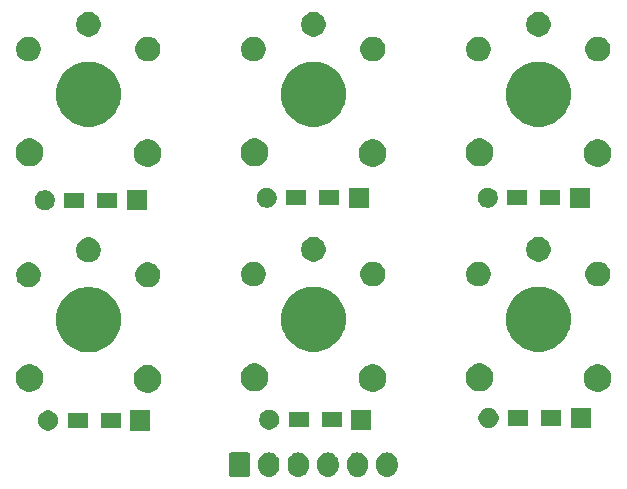
<source format=gts>
G04 #@! TF.GenerationSoftware,KiCad,Pcbnew,(5.1.5-0-10_14)*
G04 #@! TF.CreationDate,2020-10-11T12:28:21+03:00*
G04 #@! TF.ProjectId,LogiMech,4c6f6769-4d65-4636-982e-6b696361645f,rev?*
G04 #@! TF.SameCoordinates,Original*
G04 #@! TF.FileFunction,Soldermask,Top*
G04 #@! TF.FilePolarity,Negative*
%FSLAX46Y46*%
G04 Gerber Fmt 4.6, Leading zero omitted, Abs format (unit mm)*
G04 Created by KiCad (PCBNEW (5.1.5-0-10_14)) date 2020-10-11 12:28:21*
%MOMM*%
%LPD*%
G04 APERTURE LIST*
%ADD10C,0.100000*%
G04 APERTURE END LIST*
D10*
G36*
X124986626Y-106507037D02*
G01*
X125156465Y-106558557D01*
X125156467Y-106558558D01*
X125312989Y-106642221D01*
X125450186Y-106754814D01*
X125533448Y-106856271D01*
X125562778Y-106892009D01*
X125646443Y-107048534D01*
X125697963Y-107218373D01*
X125711000Y-107350742D01*
X125711000Y-107689257D01*
X125697963Y-107821626D01*
X125646443Y-107991466D01*
X125562778Y-108147991D01*
X125533448Y-108183729D01*
X125450186Y-108285186D01*
X125355250Y-108363097D01*
X125312991Y-108397778D01*
X125156466Y-108481443D01*
X124986627Y-108532963D01*
X124810000Y-108550359D01*
X124633374Y-108532963D01*
X124463535Y-108481443D01*
X124307010Y-108397778D01*
X124169815Y-108285185D01*
X124057222Y-108147991D01*
X123973557Y-107991466D01*
X123922037Y-107821627D01*
X123909000Y-107689258D01*
X123909000Y-107350743D01*
X123922037Y-107218374D01*
X123973557Y-107048535D01*
X124057222Y-106892010D01*
X124057223Y-106892009D01*
X124169814Y-106754814D01*
X124271271Y-106671552D01*
X124307009Y-106642222D01*
X124463534Y-106558557D01*
X124633373Y-106507037D01*
X124810000Y-106489641D01*
X124986626Y-106507037D01*
G37*
G36*
X127486626Y-106507037D02*
G01*
X127656465Y-106558557D01*
X127656467Y-106558558D01*
X127812989Y-106642221D01*
X127950186Y-106754814D01*
X128033448Y-106856271D01*
X128062778Y-106892009D01*
X128146443Y-107048534D01*
X128197963Y-107218373D01*
X128211000Y-107350742D01*
X128211000Y-107689257D01*
X128197963Y-107821626D01*
X128146443Y-107991466D01*
X128062778Y-108147991D01*
X128033448Y-108183729D01*
X127950186Y-108285186D01*
X127855250Y-108363097D01*
X127812991Y-108397778D01*
X127656466Y-108481443D01*
X127486627Y-108532963D01*
X127310000Y-108550359D01*
X127133374Y-108532963D01*
X126963535Y-108481443D01*
X126807010Y-108397778D01*
X126669815Y-108285185D01*
X126557222Y-108147991D01*
X126473557Y-107991466D01*
X126422037Y-107821627D01*
X126409000Y-107689258D01*
X126409000Y-107350743D01*
X126422037Y-107218374D01*
X126473557Y-107048535D01*
X126557222Y-106892010D01*
X126557223Y-106892009D01*
X126669814Y-106754814D01*
X126771271Y-106671552D01*
X126807009Y-106642222D01*
X126963534Y-106558557D01*
X127133373Y-106507037D01*
X127310000Y-106489641D01*
X127486626Y-106507037D01*
G37*
G36*
X129986626Y-106507037D02*
G01*
X130156465Y-106558557D01*
X130156467Y-106558558D01*
X130312989Y-106642221D01*
X130450186Y-106754814D01*
X130533448Y-106856271D01*
X130562778Y-106892009D01*
X130646443Y-107048534D01*
X130697963Y-107218373D01*
X130711000Y-107350742D01*
X130711000Y-107689257D01*
X130697963Y-107821626D01*
X130646443Y-107991466D01*
X130562778Y-108147991D01*
X130533448Y-108183729D01*
X130450186Y-108285186D01*
X130355250Y-108363097D01*
X130312991Y-108397778D01*
X130156466Y-108481443D01*
X129986627Y-108532963D01*
X129810000Y-108550359D01*
X129633374Y-108532963D01*
X129463535Y-108481443D01*
X129307010Y-108397778D01*
X129169815Y-108285185D01*
X129057222Y-108147991D01*
X128973557Y-107991466D01*
X128922037Y-107821627D01*
X128909000Y-107689258D01*
X128909000Y-107350743D01*
X128922037Y-107218374D01*
X128973557Y-107048535D01*
X129057222Y-106892010D01*
X129057223Y-106892009D01*
X129169814Y-106754814D01*
X129271271Y-106671552D01*
X129307009Y-106642222D01*
X129463534Y-106558557D01*
X129633373Y-106507037D01*
X129810000Y-106489641D01*
X129986626Y-106507037D01*
G37*
G36*
X132486626Y-106507037D02*
G01*
X132656465Y-106558557D01*
X132656467Y-106558558D01*
X132812989Y-106642221D01*
X132950186Y-106754814D01*
X133033448Y-106856271D01*
X133062778Y-106892009D01*
X133146443Y-107048534D01*
X133197963Y-107218373D01*
X133211000Y-107350742D01*
X133211000Y-107689257D01*
X133197963Y-107821626D01*
X133146443Y-107991466D01*
X133062778Y-108147991D01*
X133033448Y-108183729D01*
X132950186Y-108285186D01*
X132855250Y-108363097D01*
X132812991Y-108397778D01*
X132656466Y-108481443D01*
X132486627Y-108532963D01*
X132310000Y-108550359D01*
X132133374Y-108532963D01*
X131963535Y-108481443D01*
X131807010Y-108397778D01*
X131669815Y-108285185D01*
X131557222Y-108147991D01*
X131473557Y-107991466D01*
X131422037Y-107821627D01*
X131409000Y-107689258D01*
X131409000Y-107350743D01*
X131422037Y-107218374D01*
X131473557Y-107048535D01*
X131557222Y-106892010D01*
X131557223Y-106892009D01*
X131669814Y-106754814D01*
X131771271Y-106671552D01*
X131807009Y-106642222D01*
X131963534Y-106558557D01*
X132133373Y-106507037D01*
X132310000Y-106489641D01*
X132486626Y-106507037D01*
G37*
G36*
X134986626Y-106507037D02*
G01*
X135156465Y-106558557D01*
X135156467Y-106558558D01*
X135312989Y-106642221D01*
X135450186Y-106754814D01*
X135533448Y-106856271D01*
X135562778Y-106892009D01*
X135646443Y-107048534D01*
X135697963Y-107218373D01*
X135711000Y-107350742D01*
X135711000Y-107689257D01*
X135697963Y-107821626D01*
X135646443Y-107991466D01*
X135562778Y-108147991D01*
X135533448Y-108183729D01*
X135450186Y-108285186D01*
X135355250Y-108363097D01*
X135312991Y-108397778D01*
X135156466Y-108481443D01*
X134986627Y-108532963D01*
X134810000Y-108550359D01*
X134633374Y-108532963D01*
X134463535Y-108481443D01*
X134307010Y-108397778D01*
X134169815Y-108285185D01*
X134057222Y-108147991D01*
X133973557Y-107991466D01*
X133922037Y-107821627D01*
X133909000Y-107689258D01*
X133909000Y-107350743D01*
X133922037Y-107218374D01*
X133973557Y-107048535D01*
X134057222Y-106892010D01*
X134057223Y-106892009D01*
X134169814Y-106754814D01*
X134271271Y-106671552D01*
X134307009Y-106642222D01*
X134463534Y-106558557D01*
X134633373Y-106507037D01*
X134810000Y-106489641D01*
X134986626Y-106507037D01*
G37*
G36*
X123068600Y-106497989D02*
G01*
X123101652Y-106508015D01*
X123132103Y-106524292D01*
X123158799Y-106546201D01*
X123180708Y-106572897D01*
X123196985Y-106603348D01*
X123207011Y-106636400D01*
X123211000Y-106676903D01*
X123211000Y-108363097D01*
X123207011Y-108403600D01*
X123196985Y-108436652D01*
X123180708Y-108467103D01*
X123158799Y-108493799D01*
X123132103Y-108515708D01*
X123101652Y-108531985D01*
X123068600Y-108542011D01*
X123028097Y-108546000D01*
X121591903Y-108546000D01*
X121551400Y-108542011D01*
X121518348Y-108531985D01*
X121487897Y-108515708D01*
X121461201Y-108493799D01*
X121439292Y-108467103D01*
X121423015Y-108436652D01*
X121412989Y-108403600D01*
X121409000Y-108363097D01*
X121409000Y-106676903D01*
X121412989Y-106636400D01*
X121423015Y-106603348D01*
X121439292Y-106572897D01*
X121461201Y-106546201D01*
X121487897Y-106524292D01*
X121518348Y-106508015D01*
X121551400Y-106497989D01*
X121591903Y-106494000D01*
X123028097Y-106494000D01*
X123068600Y-106497989D01*
G37*
G36*
X114771000Y-104641000D02*
G01*
X113069000Y-104641000D01*
X113069000Y-102939000D01*
X114771000Y-102939000D01*
X114771000Y-104641000D01*
G37*
G36*
X106368228Y-102971703D02*
G01*
X106523100Y-103035853D01*
X106662481Y-103128985D01*
X106781015Y-103247519D01*
X106874147Y-103386900D01*
X106938297Y-103541772D01*
X106971000Y-103706184D01*
X106971000Y-103873816D01*
X106938297Y-104038228D01*
X106874147Y-104193100D01*
X106781015Y-104332481D01*
X106662481Y-104451015D01*
X106523100Y-104544147D01*
X106368228Y-104608297D01*
X106203816Y-104641000D01*
X106036184Y-104641000D01*
X105871772Y-104608297D01*
X105716900Y-104544147D01*
X105577519Y-104451015D01*
X105458985Y-104332481D01*
X105365853Y-104193100D01*
X105301703Y-104038228D01*
X105269000Y-103873816D01*
X105269000Y-103706184D01*
X105301703Y-103541772D01*
X105365853Y-103386900D01*
X105458985Y-103247519D01*
X105577519Y-103128985D01*
X105716900Y-103035853D01*
X105871772Y-102971703D01*
X106036184Y-102939000D01*
X106203816Y-102939000D01*
X106368228Y-102971703D01*
G37*
G36*
X125088228Y-102891703D02*
G01*
X125243100Y-102955853D01*
X125382481Y-103048985D01*
X125501015Y-103167519D01*
X125594147Y-103306900D01*
X125658297Y-103461772D01*
X125691000Y-103626184D01*
X125691000Y-103793816D01*
X125658297Y-103958228D01*
X125594147Y-104113100D01*
X125501015Y-104252481D01*
X125382481Y-104371015D01*
X125243100Y-104464147D01*
X125088228Y-104528297D01*
X124923816Y-104561000D01*
X124756184Y-104561000D01*
X124591772Y-104528297D01*
X124436900Y-104464147D01*
X124297519Y-104371015D01*
X124178985Y-104252481D01*
X124085853Y-104113100D01*
X124021703Y-103958228D01*
X123989000Y-103793816D01*
X123989000Y-103626184D01*
X124021703Y-103461772D01*
X124085853Y-103306900D01*
X124178985Y-103167519D01*
X124297519Y-103048985D01*
X124436900Y-102955853D01*
X124591772Y-102891703D01*
X124756184Y-102859000D01*
X124923816Y-102859000D01*
X125088228Y-102891703D01*
G37*
G36*
X133491000Y-104561000D02*
G01*
X131789000Y-104561000D01*
X131789000Y-102859000D01*
X133491000Y-102859000D01*
X133491000Y-104561000D01*
G37*
G36*
X112271000Y-104441000D02*
G01*
X110569000Y-104441000D01*
X110569000Y-103139000D01*
X112271000Y-103139000D01*
X112271000Y-104441000D01*
G37*
G36*
X109471000Y-104441000D02*
G01*
X107769000Y-104441000D01*
X107769000Y-103139000D01*
X109471000Y-103139000D01*
X109471000Y-104441000D01*
G37*
G36*
X143658228Y-102751703D02*
G01*
X143813100Y-102815853D01*
X143952481Y-102908985D01*
X144071015Y-103027519D01*
X144164147Y-103166900D01*
X144228297Y-103321772D01*
X144261000Y-103486184D01*
X144261000Y-103653816D01*
X144228297Y-103818228D01*
X144164147Y-103973100D01*
X144071015Y-104112481D01*
X143952481Y-104231015D01*
X143813100Y-104324147D01*
X143658228Y-104388297D01*
X143493816Y-104421000D01*
X143326184Y-104421000D01*
X143161772Y-104388297D01*
X143006900Y-104324147D01*
X142867519Y-104231015D01*
X142748985Y-104112481D01*
X142655853Y-103973100D01*
X142591703Y-103818228D01*
X142559000Y-103653816D01*
X142559000Y-103486184D01*
X142591703Y-103321772D01*
X142655853Y-103166900D01*
X142748985Y-103027519D01*
X142867519Y-102908985D01*
X143006900Y-102815853D01*
X143161772Y-102751703D01*
X143326184Y-102719000D01*
X143493816Y-102719000D01*
X143658228Y-102751703D01*
G37*
G36*
X152061000Y-104421000D02*
G01*
X150359000Y-104421000D01*
X150359000Y-102719000D01*
X152061000Y-102719000D01*
X152061000Y-104421000D01*
G37*
G36*
X128191000Y-104361000D02*
G01*
X126489000Y-104361000D01*
X126489000Y-103059000D01*
X128191000Y-103059000D01*
X128191000Y-104361000D01*
G37*
G36*
X130991000Y-104361000D02*
G01*
X129289000Y-104361000D01*
X129289000Y-103059000D01*
X130991000Y-103059000D01*
X130991000Y-104361000D01*
G37*
G36*
X149561000Y-104221000D02*
G01*
X147859000Y-104221000D01*
X147859000Y-102919000D01*
X149561000Y-102919000D01*
X149561000Y-104221000D01*
G37*
G36*
X146761000Y-104221000D02*
G01*
X145059000Y-104221000D01*
X145059000Y-102919000D01*
X146761000Y-102919000D01*
X146761000Y-104221000D01*
G37*
G36*
X114882868Y-99127800D02*
G01*
X115095975Y-99216072D01*
X115095977Y-99216073D01*
X115287769Y-99344225D01*
X115450875Y-99507331D01*
X115579027Y-99699123D01*
X115579028Y-99699125D01*
X115667300Y-99912232D01*
X115712300Y-100138465D01*
X115712300Y-100369135D01*
X115667300Y-100595368D01*
X115631633Y-100681475D01*
X115579027Y-100808477D01*
X115450875Y-101000269D01*
X115287769Y-101163375D01*
X115095977Y-101291527D01*
X115095976Y-101291528D01*
X115095975Y-101291528D01*
X114882868Y-101379800D01*
X114656635Y-101424800D01*
X114425965Y-101424800D01*
X114199732Y-101379800D01*
X113986625Y-101291528D01*
X113986624Y-101291528D01*
X113986623Y-101291527D01*
X113794831Y-101163375D01*
X113631725Y-101000269D01*
X113503573Y-100808477D01*
X113450967Y-100681475D01*
X113415300Y-100595368D01*
X113370300Y-100369135D01*
X113370300Y-100138465D01*
X113415300Y-99912232D01*
X113503572Y-99699125D01*
X113503573Y-99699123D01*
X113631725Y-99507331D01*
X113794831Y-99344225D01*
X113986623Y-99216073D01*
X113986625Y-99216072D01*
X114199732Y-99127800D01*
X114425965Y-99082800D01*
X114656635Y-99082800D01*
X114882868Y-99127800D01*
G37*
G36*
X133932868Y-99077000D02*
G01*
X134145975Y-99165272D01*
X134145977Y-99165273D01*
X134337769Y-99293425D01*
X134500875Y-99456531D01*
X134629027Y-99648323D01*
X134629028Y-99648325D01*
X134717300Y-99861432D01*
X134762300Y-100087665D01*
X134762300Y-100318335D01*
X134717300Y-100544568D01*
X134660591Y-100681475D01*
X134629027Y-100757677D01*
X134500875Y-100949469D01*
X134337769Y-101112575D01*
X134145977Y-101240727D01*
X134145976Y-101240728D01*
X134145975Y-101240728D01*
X133932868Y-101329000D01*
X133706635Y-101374000D01*
X133475965Y-101374000D01*
X133249732Y-101329000D01*
X133036625Y-101240728D01*
X133036624Y-101240728D01*
X133036623Y-101240727D01*
X132844831Y-101112575D01*
X132681725Y-100949469D01*
X132553573Y-100757677D01*
X132522009Y-100681475D01*
X132465300Y-100544568D01*
X132420300Y-100318335D01*
X132420300Y-100087665D01*
X132465300Y-99861432D01*
X132553572Y-99648325D01*
X132553573Y-99648323D01*
X132681725Y-99456531D01*
X132844831Y-99293425D01*
X133036623Y-99165273D01*
X133036625Y-99165272D01*
X133249732Y-99077000D01*
X133475965Y-99032000D01*
X133706635Y-99032000D01*
X133932868Y-99077000D01*
G37*
G36*
X152982868Y-99077000D02*
G01*
X153195975Y-99165272D01*
X153195977Y-99165273D01*
X153387769Y-99293425D01*
X153550875Y-99456531D01*
X153679027Y-99648323D01*
X153679028Y-99648325D01*
X153767300Y-99861432D01*
X153812300Y-100087665D01*
X153812300Y-100318335D01*
X153767300Y-100544568D01*
X153710591Y-100681475D01*
X153679027Y-100757677D01*
X153550875Y-100949469D01*
X153387769Y-101112575D01*
X153195977Y-101240727D01*
X153195976Y-101240728D01*
X153195975Y-101240728D01*
X152982868Y-101329000D01*
X152756635Y-101374000D01*
X152525965Y-101374000D01*
X152299732Y-101329000D01*
X152086625Y-101240728D01*
X152086624Y-101240728D01*
X152086623Y-101240727D01*
X151894831Y-101112575D01*
X151731725Y-100949469D01*
X151603573Y-100757677D01*
X151572009Y-100681475D01*
X151515300Y-100544568D01*
X151470300Y-100318335D01*
X151470300Y-100087665D01*
X151515300Y-99861432D01*
X151603572Y-99648325D01*
X151603573Y-99648323D01*
X151731725Y-99456531D01*
X151894831Y-99293425D01*
X152086623Y-99165273D01*
X152086625Y-99165272D01*
X152299732Y-99077000D01*
X152525965Y-99032000D01*
X152756635Y-99032000D01*
X152982868Y-99077000D01*
G37*
G36*
X104875268Y-99051600D02*
G01*
X105088375Y-99139872D01*
X105088377Y-99139873D01*
X105280169Y-99268025D01*
X105443275Y-99431131D01*
X105571427Y-99622923D01*
X105571428Y-99622925D01*
X105659700Y-99836032D01*
X105704700Y-100062265D01*
X105704700Y-100292935D01*
X105659700Y-100519168D01*
X105592470Y-100681475D01*
X105571427Y-100732277D01*
X105443275Y-100924069D01*
X105280169Y-101087175D01*
X105088377Y-101215327D01*
X105088376Y-101215328D01*
X105088375Y-101215328D01*
X104875268Y-101303600D01*
X104649035Y-101348600D01*
X104418365Y-101348600D01*
X104192132Y-101303600D01*
X103979025Y-101215328D01*
X103979024Y-101215328D01*
X103979023Y-101215327D01*
X103787231Y-101087175D01*
X103624125Y-100924069D01*
X103495973Y-100732277D01*
X103474930Y-100681475D01*
X103407700Y-100519168D01*
X103362700Y-100292935D01*
X103362700Y-100062265D01*
X103407700Y-99836032D01*
X103495972Y-99622925D01*
X103495973Y-99622923D01*
X103624125Y-99431131D01*
X103787231Y-99268025D01*
X103979023Y-99139873D01*
X103979025Y-99139872D01*
X104192132Y-99051600D01*
X104418365Y-99006600D01*
X104649035Y-99006600D01*
X104875268Y-99051600D01*
G37*
G36*
X142975268Y-99000800D02*
G01*
X143173233Y-99082800D01*
X143188377Y-99089073D01*
X143380169Y-99217225D01*
X143543275Y-99380331D01*
X143628134Y-99507331D01*
X143671428Y-99572125D01*
X143759700Y-99785232D01*
X143804700Y-100011465D01*
X143804700Y-100242135D01*
X143759700Y-100468368D01*
X143671428Y-100681475D01*
X143671427Y-100681477D01*
X143543275Y-100873269D01*
X143380169Y-101036375D01*
X143188377Y-101164527D01*
X143188376Y-101164528D01*
X143188375Y-101164528D01*
X142975268Y-101252800D01*
X142749035Y-101297800D01*
X142518365Y-101297800D01*
X142292132Y-101252800D01*
X142079025Y-101164528D01*
X142079024Y-101164528D01*
X142079023Y-101164527D01*
X141887231Y-101036375D01*
X141724125Y-100873269D01*
X141595973Y-100681477D01*
X141595972Y-100681475D01*
X141507700Y-100468368D01*
X141462700Y-100242135D01*
X141462700Y-100011465D01*
X141507700Y-99785232D01*
X141595972Y-99572125D01*
X141639266Y-99507331D01*
X141724125Y-99380331D01*
X141887231Y-99217225D01*
X142079023Y-99089073D01*
X142094167Y-99082800D01*
X142292132Y-99000800D01*
X142518365Y-98955800D01*
X142749035Y-98955800D01*
X142975268Y-99000800D01*
G37*
G36*
X123925268Y-99000800D02*
G01*
X124123233Y-99082800D01*
X124138377Y-99089073D01*
X124330169Y-99217225D01*
X124493275Y-99380331D01*
X124578134Y-99507331D01*
X124621428Y-99572125D01*
X124709700Y-99785232D01*
X124754700Y-100011465D01*
X124754700Y-100242135D01*
X124709700Y-100468368D01*
X124621428Y-100681475D01*
X124621427Y-100681477D01*
X124493275Y-100873269D01*
X124330169Y-101036375D01*
X124138377Y-101164527D01*
X124138376Y-101164528D01*
X124138375Y-101164528D01*
X123925268Y-101252800D01*
X123699035Y-101297800D01*
X123468365Y-101297800D01*
X123242132Y-101252800D01*
X123029025Y-101164528D01*
X123029024Y-101164528D01*
X123029023Y-101164527D01*
X122837231Y-101036375D01*
X122674125Y-100873269D01*
X122545973Y-100681477D01*
X122545972Y-100681475D01*
X122457700Y-100468368D01*
X122412700Y-100242135D01*
X122412700Y-100011465D01*
X122457700Y-99785232D01*
X122545972Y-99572125D01*
X122589266Y-99507331D01*
X122674125Y-99380331D01*
X122837231Y-99217225D01*
X123029023Y-99089073D01*
X123044167Y-99082800D01*
X123242132Y-99000800D01*
X123468365Y-98955800D01*
X123699035Y-98955800D01*
X123925268Y-99000800D01*
G37*
G36*
X110074193Y-92551859D02*
G01*
X110339937Y-92604719D01*
X110840587Y-92812095D01*
X111021061Y-92932684D01*
X111291160Y-93113158D01*
X111674342Y-93496340D01*
X111854816Y-93766439D01*
X111975405Y-93946913D01*
X112182781Y-94447563D01*
X112288500Y-94979050D01*
X112288500Y-95520950D01*
X112182781Y-96052437D01*
X111975405Y-96553087D01*
X111854816Y-96733561D01*
X111674342Y-97003660D01*
X111291160Y-97386842D01*
X111021061Y-97567316D01*
X110840587Y-97687905D01*
X110339937Y-97895281D01*
X110074193Y-97948141D01*
X109808451Y-98001000D01*
X109266549Y-98001000D01*
X109000807Y-97948141D01*
X108735063Y-97895281D01*
X108234413Y-97687905D01*
X108053939Y-97567316D01*
X107783840Y-97386842D01*
X107400658Y-97003660D01*
X107220184Y-96733561D01*
X107099595Y-96553087D01*
X106892219Y-96052437D01*
X106786500Y-95520950D01*
X106786500Y-94979050D01*
X106892219Y-94447563D01*
X107099595Y-93946913D01*
X107220184Y-93766439D01*
X107400658Y-93496340D01*
X107783840Y-93113158D01*
X108053939Y-92932684D01*
X108234413Y-92812095D01*
X108735063Y-92604719D01*
X109000807Y-92551859D01*
X109266549Y-92499000D01*
X109808451Y-92499000D01*
X110074193Y-92551859D01*
G37*
G36*
X148123621Y-92491000D02*
G01*
X148439937Y-92553919D01*
X148940587Y-92761295D01*
X149016614Y-92812095D01*
X149391160Y-93062358D01*
X149774342Y-93445540D01*
X149808285Y-93496340D01*
X150075405Y-93896113D01*
X150282781Y-94396763D01*
X150388500Y-94928250D01*
X150388500Y-95470150D01*
X150282781Y-96001637D01*
X150075405Y-96502287D01*
X150041462Y-96553086D01*
X149774342Y-96952860D01*
X149391160Y-97336042D01*
X149121061Y-97516516D01*
X148940587Y-97637105D01*
X148439937Y-97844481D01*
X148184547Y-97895281D01*
X147908451Y-97950200D01*
X147366549Y-97950200D01*
X147090453Y-97895281D01*
X146835063Y-97844481D01*
X146334413Y-97637105D01*
X146153939Y-97516516D01*
X145883840Y-97336042D01*
X145500658Y-96952860D01*
X145233538Y-96553086D01*
X145199595Y-96502287D01*
X144992219Y-96001637D01*
X144886500Y-95470150D01*
X144886500Y-94928250D01*
X144992219Y-94396763D01*
X145199595Y-93896113D01*
X145466715Y-93496340D01*
X145500658Y-93445540D01*
X145883840Y-93062358D01*
X146258386Y-92812095D01*
X146334413Y-92761295D01*
X146835063Y-92553919D01*
X147151379Y-92491000D01*
X147366549Y-92448200D01*
X147908451Y-92448200D01*
X148123621Y-92491000D01*
G37*
G36*
X129073621Y-92491000D02*
G01*
X129389937Y-92553919D01*
X129890587Y-92761295D01*
X129966614Y-92812095D01*
X130341160Y-93062358D01*
X130724342Y-93445540D01*
X130758285Y-93496340D01*
X131025405Y-93896113D01*
X131232781Y-94396763D01*
X131338500Y-94928250D01*
X131338500Y-95470150D01*
X131232781Y-96001637D01*
X131025405Y-96502287D01*
X130991462Y-96553086D01*
X130724342Y-96952860D01*
X130341160Y-97336042D01*
X130071061Y-97516516D01*
X129890587Y-97637105D01*
X129389937Y-97844481D01*
X129134547Y-97895281D01*
X128858451Y-97950200D01*
X128316549Y-97950200D01*
X128040453Y-97895281D01*
X127785063Y-97844481D01*
X127284413Y-97637105D01*
X127103939Y-97516516D01*
X126833840Y-97336042D01*
X126450658Y-96952860D01*
X126183538Y-96553086D01*
X126149595Y-96502287D01*
X125942219Y-96001637D01*
X125836500Y-95470150D01*
X125836500Y-94928250D01*
X125942219Y-94396763D01*
X126149595Y-93896113D01*
X126416715Y-93496340D01*
X126450658Y-93445540D01*
X126833840Y-93062358D01*
X127208386Y-92812095D01*
X127284413Y-92761295D01*
X127785063Y-92553919D01*
X128101379Y-92491000D01*
X128316549Y-92448200D01*
X128858451Y-92448200D01*
X129073621Y-92491000D01*
G37*
G36*
X104764064Y-90429389D02*
G01*
X104955333Y-90508615D01*
X104955335Y-90508616D01*
X105127473Y-90623635D01*
X105273865Y-90770027D01*
X105354941Y-90891365D01*
X105388885Y-90942167D01*
X105468111Y-91133436D01*
X105508500Y-91336484D01*
X105508500Y-91543516D01*
X105468111Y-91746564D01*
X105409927Y-91887033D01*
X105388884Y-91937835D01*
X105273865Y-92109973D01*
X105127473Y-92256365D01*
X104955335Y-92371384D01*
X104955334Y-92371385D01*
X104955333Y-92371385D01*
X104764064Y-92450611D01*
X104561016Y-92491000D01*
X104353984Y-92491000D01*
X104150936Y-92450611D01*
X103959667Y-92371385D01*
X103959666Y-92371385D01*
X103959665Y-92371384D01*
X103787527Y-92256365D01*
X103641135Y-92109973D01*
X103526116Y-91937835D01*
X103505073Y-91887033D01*
X103446889Y-91746564D01*
X103406500Y-91543516D01*
X103406500Y-91336484D01*
X103446889Y-91133436D01*
X103526115Y-90942167D01*
X103560060Y-90891365D01*
X103641135Y-90770027D01*
X103787527Y-90623635D01*
X103959665Y-90508616D01*
X103959667Y-90508615D01*
X104150936Y-90429389D01*
X104353984Y-90389000D01*
X104561016Y-90389000D01*
X104764064Y-90429389D01*
G37*
G36*
X114860564Y-90429389D02*
G01*
X115051833Y-90508615D01*
X115051835Y-90508616D01*
X115223973Y-90623635D01*
X115370365Y-90770027D01*
X115451441Y-90891365D01*
X115485385Y-90942167D01*
X115564611Y-91133436D01*
X115605000Y-91336484D01*
X115605000Y-91543516D01*
X115564611Y-91746564D01*
X115506427Y-91887033D01*
X115485384Y-91937835D01*
X115370365Y-92109973D01*
X115223973Y-92256365D01*
X115051835Y-92371384D01*
X115051834Y-92371385D01*
X115051833Y-92371385D01*
X114860564Y-92450611D01*
X114657516Y-92491000D01*
X114450484Y-92491000D01*
X114247436Y-92450611D01*
X114056167Y-92371385D01*
X114056166Y-92371385D01*
X114056165Y-92371384D01*
X113884027Y-92256365D01*
X113737635Y-92109973D01*
X113622616Y-91937835D01*
X113601573Y-91887033D01*
X113543389Y-91746564D01*
X113503000Y-91543516D01*
X113503000Y-91336484D01*
X113543389Y-91133436D01*
X113622615Y-90942167D01*
X113656560Y-90891365D01*
X113737635Y-90770027D01*
X113884027Y-90623635D01*
X114056165Y-90508616D01*
X114056167Y-90508615D01*
X114247436Y-90429389D01*
X114450484Y-90389000D01*
X114657516Y-90389000D01*
X114860564Y-90429389D01*
G37*
G36*
X133910564Y-90378589D02*
G01*
X134101833Y-90457815D01*
X134101835Y-90457816D01*
X134273973Y-90572835D01*
X134420365Y-90719227D01*
X134535385Y-90891367D01*
X134614611Y-91082636D01*
X134655000Y-91285684D01*
X134655000Y-91492716D01*
X134614611Y-91695764D01*
X134535385Y-91887033D01*
X134535384Y-91887035D01*
X134420365Y-92059173D01*
X134273973Y-92205565D01*
X134101835Y-92320584D01*
X134101834Y-92320585D01*
X134101833Y-92320585D01*
X133910564Y-92399811D01*
X133707516Y-92440200D01*
X133500484Y-92440200D01*
X133297436Y-92399811D01*
X133106167Y-92320585D01*
X133106166Y-92320585D01*
X133106165Y-92320584D01*
X132934027Y-92205565D01*
X132787635Y-92059173D01*
X132672616Y-91887035D01*
X132672615Y-91887033D01*
X132593389Y-91695764D01*
X132553000Y-91492716D01*
X132553000Y-91285684D01*
X132593389Y-91082636D01*
X132672615Y-90891367D01*
X132787635Y-90719227D01*
X132934027Y-90572835D01*
X133106165Y-90457816D01*
X133106167Y-90457815D01*
X133297436Y-90378589D01*
X133500484Y-90338200D01*
X133707516Y-90338200D01*
X133910564Y-90378589D01*
G37*
G36*
X123814064Y-90378589D02*
G01*
X124005333Y-90457815D01*
X124005335Y-90457816D01*
X124177473Y-90572835D01*
X124323865Y-90719227D01*
X124438885Y-90891367D01*
X124518111Y-91082636D01*
X124558500Y-91285684D01*
X124558500Y-91492716D01*
X124518111Y-91695764D01*
X124438885Y-91887033D01*
X124438884Y-91887035D01*
X124323865Y-92059173D01*
X124177473Y-92205565D01*
X124005335Y-92320584D01*
X124005334Y-92320585D01*
X124005333Y-92320585D01*
X123814064Y-92399811D01*
X123611016Y-92440200D01*
X123403984Y-92440200D01*
X123200936Y-92399811D01*
X123009667Y-92320585D01*
X123009666Y-92320585D01*
X123009665Y-92320584D01*
X122837527Y-92205565D01*
X122691135Y-92059173D01*
X122576116Y-91887035D01*
X122576115Y-91887033D01*
X122496889Y-91695764D01*
X122456500Y-91492716D01*
X122456500Y-91285684D01*
X122496889Y-91082636D01*
X122576115Y-90891367D01*
X122691135Y-90719227D01*
X122837527Y-90572835D01*
X123009665Y-90457816D01*
X123009667Y-90457815D01*
X123200936Y-90378589D01*
X123403984Y-90338200D01*
X123611016Y-90338200D01*
X123814064Y-90378589D01*
G37*
G36*
X152960564Y-90378589D02*
G01*
X153151833Y-90457815D01*
X153151835Y-90457816D01*
X153323973Y-90572835D01*
X153470365Y-90719227D01*
X153585385Y-90891367D01*
X153664611Y-91082636D01*
X153705000Y-91285684D01*
X153705000Y-91492716D01*
X153664611Y-91695764D01*
X153585385Y-91887033D01*
X153585384Y-91887035D01*
X153470365Y-92059173D01*
X153323973Y-92205565D01*
X153151835Y-92320584D01*
X153151834Y-92320585D01*
X153151833Y-92320585D01*
X152960564Y-92399811D01*
X152757516Y-92440200D01*
X152550484Y-92440200D01*
X152347436Y-92399811D01*
X152156167Y-92320585D01*
X152156166Y-92320585D01*
X152156165Y-92320584D01*
X151984027Y-92205565D01*
X151837635Y-92059173D01*
X151722616Y-91887035D01*
X151722615Y-91887033D01*
X151643389Y-91695764D01*
X151603000Y-91492716D01*
X151603000Y-91285684D01*
X151643389Y-91082636D01*
X151722615Y-90891367D01*
X151837635Y-90719227D01*
X151984027Y-90572835D01*
X152156165Y-90457816D01*
X152156167Y-90457815D01*
X152347436Y-90378589D01*
X152550484Y-90338200D01*
X152757516Y-90338200D01*
X152960564Y-90378589D01*
G37*
G36*
X142864064Y-90378589D02*
G01*
X143055333Y-90457815D01*
X143055335Y-90457816D01*
X143227473Y-90572835D01*
X143373865Y-90719227D01*
X143488885Y-90891367D01*
X143568111Y-91082636D01*
X143608500Y-91285684D01*
X143608500Y-91492716D01*
X143568111Y-91695764D01*
X143488885Y-91887033D01*
X143488884Y-91887035D01*
X143373865Y-92059173D01*
X143227473Y-92205565D01*
X143055335Y-92320584D01*
X143055334Y-92320585D01*
X143055333Y-92320585D01*
X142864064Y-92399811D01*
X142661016Y-92440200D01*
X142453984Y-92440200D01*
X142250936Y-92399811D01*
X142059667Y-92320585D01*
X142059666Y-92320585D01*
X142059665Y-92320584D01*
X141887527Y-92205565D01*
X141741135Y-92059173D01*
X141626116Y-91887035D01*
X141626115Y-91887033D01*
X141546889Y-91695764D01*
X141506500Y-91492716D01*
X141506500Y-91285684D01*
X141546889Y-91082636D01*
X141626115Y-90891367D01*
X141741135Y-90719227D01*
X141887527Y-90572835D01*
X142059665Y-90457816D01*
X142059667Y-90457815D01*
X142250936Y-90378589D01*
X142453984Y-90338200D01*
X142661016Y-90338200D01*
X142864064Y-90378589D01*
G37*
G36*
X109844064Y-88333889D02*
G01*
X110035333Y-88413115D01*
X110035335Y-88413116D01*
X110207473Y-88528135D01*
X110353865Y-88674527D01*
X110434941Y-88795865D01*
X110468885Y-88846667D01*
X110548111Y-89037936D01*
X110588500Y-89240984D01*
X110588500Y-89448016D01*
X110548111Y-89651064D01*
X110489927Y-89791533D01*
X110468884Y-89842335D01*
X110353865Y-90014473D01*
X110207473Y-90160865D01*
X110035335Y-90275884D01*
X110035334Y-90275885D01*
X110035333Y-90275885D01*
X109844064Y-90355111D01*
X109641016Y-90395500D01*
X109433984Y-90395500D01*
X109230936Y-90355111D01*
X109039667Y-90275885D01*
X109039666Y-90275885D01*
X109039665Y-90275884D01*
X108867527Y-90160865D01*
X108721135Y-90014473D01*
X108606116Y-89842335D01*
X108585073Y-89791533D01*
X108526889Y-89651064D01*
X108486500Y-89448016D01*
X108486500Y-89240984D01*
X108526889Y-89037936D01*
X108606115Y-88846667D01*
X108640060Y-88795865D01*
X108721135Y-88674527D01*
X108867527Y-88528135D01*
X109039665Y-88413116D01*
X109039667Y-88413115D01*
X109230936Y-88333889D01*
X109433984Y-88293500D01*
X109641016Y-88293500D01*
X109844064Y-88333889D01*
G37*
G36*
X128894064Y-88283089D02*
G01*
X129085333Y-88362315D01*
X129085335Y-88362316D01*
X129257473Y-88477335D01*
X129403865Y-88623727D01*
X129518885Y-88795867D01*
X129598111Y-88987136D01*
X129638500Y-89190184D01*
X129638500Y-89397216D01*
X129598111Y-89600264D01*
X129518885Y-89791533D01*
X129518884Y-89791535D01*
X129403865Y-89963673D01*
X129257473Y-90110065D01*
X129085335Y-90225084D01*
X129085334Y-90225085D01*
X129085333Y-90225085D01*
X128894064Y-90304311D01*
X128691016Y-90344700D01*
X128483984Y-90344700D01*
X128280936Y-90304311D01*
X128089667Y-90225085D01*
X128089666Y-90225085D01*
X128089665Y-90225084D01*
X127917527Y-90110065D01*
X127771135Y-89963673D01*
X127656116Y-89791535D01*
X127656115Y-89791533D01*
X127576889Y-89600264D01*
X127536500Y-89397216D01*
X127536500Y-89190184D01*
X127576889Y-88987136D01*
X127656115Y-88795867D01*
X127771135Y-88623727D01*
X127917527Y-88477335D01*
X128089665Y-88362316D01*
X128089667Y-88362315D01*
X128280936Y-88283089D01*
X128483984Y-88242700D01*
X128691016Y-88242700D01*
X128894064Y-88283089D01*
G37*
G36*
X147944064Y-88283089D02*
G01*
X148135333Y-88362315D01*
X148135335Y-88362316D01*
X148307473Y-88477335D01*
X148453865Y-88623727D01*
X148568885Y-88795867D01*
X148648111Y-88987136D01*
X148688500Y-89190184D01*
X148688500Y-89397216D01*
X148648111Y-89600264D01*
X148568885Y-89791533D01*
X148568884Y-89791535D01*
X148453865Y-89963673D01*
X148307473Y-90110065D01*
X148135335Y-90225084D01*
X148135334Y-90225085D01*
X148135333Y-90225085D01*
X147944064Y-90304311D01*
X147741016Y-90344700D01*
X147533984Y-90344700D01*
X147330936Y-90304311D01*
X147139667Y-90225085D01*
X147139666Y-90225085D01*
X147139665Y-90225084D01*
X146967527Y-90110065D01*
X146821135Y-89963673D01*
X146706116Y-89791535D01*
X146706115Y-89791533D01*
X146626889Y-89600264D01*
X146586500Y-89397216D01*
X146586500Y-89190184D01*
X146626889Y-88987136D01*
X146706115Y-88795867D01*
X146821135Y-88623727D01*
X146967527Y-88477335D01*
X147139665Y-88362316D01*
X147139667Y-88362315D01*
X147330936Y-88283089D01*
X147533984Y-88242700D01*
X147741016Y-88242700D01*
X147944064Y-88283089D01*
G37*
G36*
X114481000Y-85991000D02*
G01*
X112779000Y-85991000D01*
X112779000Y-84289000D01*
X114481000Y-84289000D01*
X114481000Y-85991000D01*
G37*
G36*
X106078228Y-84321703D02*
G01*
X106233100Y-84385853D01*
X106372481Y-84478985D01*
X106491015Y-84597519D01*
X106584147Y-84736900D01*
X106648297Y-84891772D01*
X106681000Y-85056184D01*
X106681000Y-85223816D01*
X106648297Y-85388228D01*
X106584147Y-85543100D01*
X106491015Y-85682481D01*
X106372481Y-85801015D01*
X106233100Y-85894147D01*
X106078228Y-85958297D01*
X105913816Y-85991000D01*
X105746184Y-85991000D01*
X105581772Y-85958297D01*
X105426900Y-85894147D01*
X105287519Y-85801015D01*
X105168985Y-85682481D01*
X105075853Y-85543100D01*
X105011703Y-85388228D01*
X104979000Y-85223816D01*
X104979000Y-85056184D01*
X105011703Y-84891772D01*
X105075853Y-84736900D01*
X105168985Y-84597519D01*
X105287519Y-84478985D01*
X105426900Y-84385853D01*
X105581772Y-84321703D01*
X105746184Y-84289000D01*
X105913816Y-84289000D01*
X106078228Y-84321703D01*
G37*
G36*
X109181000Y-85791000D02*
G01*
X107479000Y-85791000D01*
X107479000Y-84489000D01*
X109181000Y-84489000D01*
X109181000Y-85791000D01*
G37*
G36*
X111981000Y-85791000D02*
G01*
X110279000Y-85791000D01*
X110279000Y-84489000D01*
X111981000Y-84489000D01*
X111981000Y-85791000D01*
G37*
G36*
X133271000Y-85771000D02*
G01*
X131569000Y-85771000D01*
X131569000Y-84069000D01*
X133271000Y-84069000D01*
X133271000Y-85771000D01*
G37*
G36*
X124868228Y-84101703D02*
G01*
X125023100Y-84165853D01*
X125162481Y-84258985D01*
X125281015Y-84377519D01*
X125374147Y-84516900D01*
X125438297Y-84671772D01*
X125471000Y-84836184D01*
X125471000Y-85003816D01*
X125438297Y-85168228D01*
X125374147Y-85323100D01*
X125281015Y-85462481D01*
X125162481Y-85581015D01*
X125023100Y-85674147D01*
X124868228Y-85738297D01*
X124703816Y-85771000D01*
X124536184Y-85771000D01*
X124371772Y-85738297D01*
X124216900Y-85674147D01*
X124077519Y-85581015D01*
X123958985Y-85462481D01*
X123865853Y-85323100D01*
X123801703Y-85168228D01*
X123769000Y-85003816D01*
X123769000Y-84836184D01*
X123801703Y-84671772D01*
X123865853Y-84516900D01*
X123958985Y-84377519D01*
X124077519Y-84258985D01*
X124216900Y-84165853D01*
X124371772Y-84101703D01*
X124536184Y-84069000D01*
X124703816Y-84069000D01*
X124868228Y-84101703D01*
G37*
G36*
X143588228Y-84101703D02*
G01*
X143743100Y-84165853D01*
X143882481Y-84258985D01*
X144001015Y-84377519D01*
X144094147Y-84516900D01*
X144158297Y-84671772D01*
X144191000Y-84836184D01*
X144191000Y-85003816D01*
X144158297Y-85168228D01*
X144094147Y-85323100D01*
X144001015Y-85462481D01*
X143882481Y-85581015D01*
X143743100Y-85674147D01*
X143588228Y-85738297D01*
X143423816Y-85771000D01*
X143256184Y-85771000D01*
X143091772Y-85738297D01*
X142936900Y-85674147D01*
X142797519Y-85581015D01*
X142678985Y-85462481D01*
X142585853Y-85323100D01*
X142521703Y-85168228D01*
X142489000Y-85003816D01*
X142489000Y-84836184D01*
X142521703Y-84671772D01*
X142585853Y-84516900D01*
X142678985Y-84377519D01*
X142797519Y-84258985D01*
X142936900Y-84165853D01*
X143091772Y-84101703D01*
X143256184Y-84069000D01*
X143423816Y-84069000D01*
X143588228Y-84101703D01*
G37*
G36*
X151991000Y-85771000D02*
G01*
X150289000Y-85771000D01*
X150289000Y-84069000D01*
X151991000Y-84069000D01*
X151991000Y-85771000D01*
G37*
G36*
X127971000Y-85571000D02*
G01*
X126269000Y-85571000D01*
X126269000Y-84269000D01*
X127971000Y-84269000D01*
X127971000Y-85571000D01*
G37*
G36*
X130771000Y-85571000D02*
G01*
X129069000Y-85571000D01*
X129069000Y-84269000D01*
X130771000Y-84269000D01*
X130771000Y-85571000D01*
G37*
G36*
X149491000Y-85571000D02*
G01*
X147789000Y-85571000D01*
X147789000Y-84269000D01*
X149491000Y-84269000D01*
X149491000Y-85571000D01*
G37*
G36*
X146691000Y-85571000D02*
G01*
X144989000Y-85571000D01*
X144989000Y-84269000D01*
X146691000Y-84269000D01*
X146691000Y-85571000D01*
G37*
G36*
X152982868Y-80027000D02*
G01*
X153195975Y-80115272D01*
X153195977Y-80115273D01*
X153387769Y-80243425D01*
X153550875Y-80406531D01*
X153628113Y-80522125D01*
X153679028Y-80598325D01*
X153767300Y-80811432D01*
X153812300Y-81037665D01*
X153812300Y-81268335D01*
X153767300Y-81494568D01*
X153710591Y-81631475D01*
X153679027Y-81707677D01*
X153550875Y-81899469D01*
X153387769Y-82062575D01*
X153195977Y-82190727D01*
X153195976Y-82190728D01*
X153195975Y-82190728D01*
X152982868Y-82279000D01*
X152756635Y-82324000D01*
X152525965Y-82324000D01*
X152299732Y-82279000D01*
X152086625Y-82190728D01*
X152086624Y-82190728D01*
X152086623Y-82190727D01*
X151894831Y-82062575D01*
X151731725Y-81899469D01*
X151603573Y-81707677D01*
X151572009Y-81631475D01*
X151515300Y-81494568D01*
X151470300Y-81268335D01*
X151470300Y-81037665D01*
X151515300Y-80811432D01*
X151603572Y-80598325D01*
X151654487Y-80522125D01*
X151731725Y-80406531D01*
X151894831Y-80243425D01*
X152086623Y-80115273D01*
X152086625Y-80115272D01*
X152299732Y-80027000D01*
X152525965Y-79982000D01*
X152756635Y-79982000D01*
X152982868Y-80027000D01*
G37*
G36*
X114882868Y-80027000D02*
G01*
X115095975Y-80115272D01*
X115095977Y-80115273D01*
X115287769Y-80243425D01*
X115450875Y-80406531D01*
X115528113Y-80522125D01*
X115579028Y-80598325D01*
X115667300Y-80811432D01*
X115712300Y-81037665D01*
X115712300Y-81268335D01*
X115667300Y-81494568D01*
X115610591Y-81631475D01*
X115579027Y-81707677D01*
X115450875Y-81899469D01*
X115287769Y-82062575D01*
X115095977Y-82190727D01*
X115095976Y-82190728D01*
X115095975Y-82190728D01*
X114882868Y-82279000D01*
X114656635Y-82324000D01*
X114425965Y-82324000D01*
X114199732Y-82279000D01*
X113986625Y-82190728D01*
X113986624Y-82190728D01*
X113986623Y-82190727D01*
X113794831Y-82062575D01*
X113631725Y-81899469D01*
X113503573Y-81707677D01*
X113472009Y-81631475D01*
X113415300Y-81494568D01*
X113370300Y-81268335D01*
X113370300Y-81037665D01*
X113415300Y-80811432D01*
X113503572Y-80598325D01*
X113554487Y-80522125D01*
X113631725Y-80406531D01*
X113794831Y-80243425D01*
X113986623Y-80115273D01*
X113986625Y-80115272D01*
X114199732Y-80027000D01*
X114425965Y-79982000D01*
X114656635Y-79982000D01*
X114882868Y-80027000D01*
G37*
G36*
X133932868Y-80027000D02*
G01*
X134145975Y-80115272D01*
X134145977Y-80115273D01*
X134337769Y-80243425D01*
X134500875Y-80406531D01*
X134578113Y-80522125D01*
X134629028Y-80598325D01*
X134717300Y-80811432D01*
X134762300Y-81037665D01*
X134762300Y-81268335D01*
X134717300Y-81494568D01*
X134660591Y-81631475D01*
X134629027Y-81707677D01*
X134500875Y-81899469D01*
X134337769Y-82062575D01*
X134145977Y-82190727D01*
X134145976Y-82190728D01*
X134145975Y-82190728D01*
X133932868Y-82279000D01*
X133706635Y-82324000D01*
X133475965Y-82324000D01*
X133249732Y-82279000D01*
X133036625Y-82190728D01*
X133036624Y-82190728D01*
X133036623Y-82190727D01*
X132844831Y-82062575D01*
X132681725Y-81899469D01*
X132553573Y-81707677D01*
X132522009Y-81631475D01*
X132465300Y-81494568D01*
X132420300Y-81268335D01*
X132420300Y-81037665D01*
X132465300Y-80811432D01*
X132553572Y-80598325D01*
X132604487Y-80522125D01*
X132681725Y-80406531D01*
X132844831Y-80243425D01*
X133036623Y-80115273D01*
X133036625Y-80115272D01*
X133249732Y-80027000D01*
X133475965Y-79982000D01*
X133706635Y-79982000D01*
X133932868Y-80027000D01*
G37*
G36*
X123925268Y-79950800D02*
G01*
X124138375Y-80039072D01*
X124138377Y-80039073D01*
X124330169Y-80167225D01*
X124493275Y-80330331D01*
X124621427Y-80522123D01*
X124621428Y-80522125D01*
X124709700Y-80735232D01*
X124754700Y-80961465D01*
X124754700Y-81192135D01*
X124709700Y-81418368D01*
X124621428Y-81631475D01*
X124621427Y-81631477D01*
X124493275Y-81823269D01*
X124330169Y-81986375D01*
X124138377Y-82114527D01*
X124138376Y-82114528D01*
X124138375Y-82114528D01*
X123925268Y-82202800D01*
X123699035Y-82247800D01*
X123468365Y-82247800D01*
X123242132Y-82202800D01*
X123029025Y-82114528D01*
X123029024Y-82114528D01*
X123029023Y-82114527D01*
X122837231Y-81986375D01*
X122674125Y-81823269D01*
X122545973Y-81631477D01*
X122545972Y-81631475D01*
X122457700Y-81418368D01*
X122412700Y-81192135D01*
X122412700Y-80961465D01*
X122457700Y-80735232D01*
X122545972Y-80522125D01*
X122545973Y-80522123D01*
X122674125Y-80330331D01*
X122837231Y-80167225D01*
X123029023Y-80039073D01*
X123029025Y-80039072D01*
X123242132Y-79950800D01*
X123468365Y-79905800D01*
X123699035Y-79905800D01*
X123925268Y-79950800D01*
G37*
G36*
X142975268Y-79950800D02*
G01*
X143188375Y-80039072D01*
X143188377Y-80039073D01*
X143380169Y-80167225D01*
X143543275Y-80330331D01*
X143671427Y-80522123D01*
X143671428Y-80522125D01*
X143759700Y-80735232D01*
X143804700Y-80961465D01*
X143804700Y-81192135D01*
X143759700Y-81418368D01*
X143671428Y-81631475D01*
X143671427Y-81631477D01*
X143543275Y-81823269D01*
X143380169Y-81986375D01*
X143188377Y-82114527D01*
X143188376Y-82114528D01*
X143188375Y-82114528D01*
X142975268Y-82202800D01*
X142749035Y-82247800D01*
X142518365Y-82247800D01*
X142292132Y-82202800D01*
X142079025Y-82114528D01*
X142079024Y-82114528D01*
X142079023Y-82114527D01*
X141887231Y-81986375D01*
X141724125Y-81823269D01*
X141595973Y-81631477D01*
X141595972Y-81631475D01*
X141507700Y-81418368D01*
X141462700Y-81192135D01*
X141462700Y-80961465D01*
X141507700Y-80735232D01*
X141595972Y-80522125D01*
X141595973Y-80522123D01*
X141724125Y-80330331D01*
X141887231Y-80167225D01*
X142079023Y-80039073D01*
X142079025Y-80039072D01*
X142292132Y-79950800D01*
X142518365Y-79905800D01*
X142749035Y-79905800D01*
X142975268Y-79950800D01*
G37*
G36*
X104875268Y-79950800D02*
G01*
X105088375Y-80039072D01*
X105088377Y-80039073D01*
X105280169Y-80167225D01*
X105443275Y-80330331D01*
X105571427Y-80522123D01*
X105571428Y-80522125D01*
X105659700Y-80735232D01*
X105704700Y-80961465D01*
X105704700Y-81192135D01*
X105659700Y-81418368D01*
X105571428Y-81631475D01*
X105571427Y-81631477D01*
X105443275Y-81823269D01*
X105280169Y-81986375D01*
X105088377Y-82114527D01*
X105088376Y-82114528D01*
X105088375Y-82114528D01*
X104875268Y-82202800D01*
X104649035Y-82247800D01*
X104418365Y-82247800D01*
X104192132Y-82202800D01*
X103979025Y-82114528D01*
X103979024Y-82114528D01*
X103979023Y-82114527D01*
X103787231Y-81986375D01*
X103624125Y-81823269D01*
X103495973Y-81631477D01*
X103495972Y-81631475D01*
X103407700Y-81418368D01*
X103362700Y-81192135D01*
X103362700Y-80961465D01*
X103407700Y-80735232D01*
X103495972Y-80522125D01*
X103495973Y-80522123D01*
X103624125Y-80330331D01*
X103787231Y-80167225D01*
X103979023Y-80039073D01*
X103979025Y-80039072D01*
X104192132Y-79950800D01*
X104418365Y-79905800D01*
X104649035Y-79905800D01*
X104875268Y-79950800D01*
G37*
G36*
X129124194Y-73451060D02*
G01*
X129389937Y-73503919D01*
X129890587Y-73711295D01*
X130071061Y-73831884D01*
X130341160Y-74012358D01*
X130724342Y-74395540D01*
X130904816Y-74665639D01*
X131025405Y-74846113D01*
X131232781Y-75346763D01*
X131338500Y-75878250D01*
X131338500Y-76420150D01*
X131232781Y-76951637D01*
X131025405Y-77452287D01*
X130904816Y-77632761D01*
X130724342Y-77902860D01*
X130341160Y-78286042D01*
X130071061Y-78466516D01*
X129890587Y-78587105D01*
X129389937Y-78794481D01*
X129124193Y-78847341D01*
X128858451Y-78900200D01*
X128316549Y-78900200D01*
X128050807Y-78847341D01*
X127785063Y-78794481D01*
X127284413Y-78587105D01*
X127103939Y-78466516D01*
X126833840Y-78286042D01*
X126450658Y-77902860D01*
X126270184Y-77632761D01*
X126149595Y-77452287D01*
X125942219Y-76951637D01*
X125836500Y-76420150D01*
X125836500Y-75878250D01*
X125942219Y-75346763D01*
X126149595Y-74846113D01*
X126270184Y-74665639D01*
X126450658Y-74395540D01*
X126833840Y-74012358D01*
X127103939Y-73831884D01*
X127284413Y-73711295D01*
X127785063Y-73503919D01*
X128050806Y-73451060D01*
X128316549Y-73398200D01*
X128858451Y-73398200D01*
X129124194Y-73451060D01*
G37*
G36*
X110074194Y-73451060D02*
G01*
X110339937Y-73503919D01*
X110840587Y-73711295D01*
X111021061Y-73831884D01*
X111291160Y-74012358D01*
X111674342Y-74395540D01*
X111854816Y-74665639D01*
X111975405Y-74846113D01*
X112182781Y-75346763D01*
X112288500Y-75878250D01*
X112288500Y-76420150D01*
X112182781Y-76951637D01*
X111975405Y-77452287D01*
X111854816Y-77632761D01*
X111674342Y-77902860D01*
X111291160Y-78286042D01*
X111021061Y-78466516D01*
X110840587Y-78587105D01*
X110339937Y-78794481D01*
X110074193Y-78847341D01*
X109808451Y-78900200D01*
X109266549Y-78900200D01*
X109000807Y-78847341D01*
X108735063Y-78794481D01*
X108234413Y-78587105D01*
X108053939Y-78466516D01*
X107783840Y-78286042D01*
X107400658Y-77902860D01*
X107220184Y-77632761D01*
X107099595Y-77452287D01*
X106892219Y-76951637D01*
X106786500Y-76420150D01*
X106786500Y-75878250D01*
X106892219Y-75346763D01*
X107099595Y-74846113D01*
X107220184Y-74665639D01*
X107400658Y-74395540D01*
X107783840Y-74012358D01*
X108053939Y-73831884D01*
X108234413Y-73711295D01*
X108735063Y-73503919D01*
X109000806Y-73451060D01*
X109266549Y-73398200D01*
X109808451Y-73398200D01*
X110074194Y-73451060D01*
G37*
G36*
X148174194Y-73451060D02*
G01*
X148439937Y-73503919D01*
X148940587Y-73711295D01*
X149121061Y-73831884D01*
X149391160Y-74012358D01*
X149774342Y-74395540D01*
X149954816Y-74665639D01*
X150075405Y-74846113D01*
X150282781Y-75346763D01*
X150388500Y-75878250D01*
X150388500Y-76420150D01*
X150282781Y-76951637D01*
X150075405Y-77452287D01*
X149954816Y-77632761D01*
X149774342Y-77902860D01*
X149391160Y-78286042D01*
X149121061Y-78466516D01*
X148940587Y-78587105D01*
X148439937Y-78794481D01*
X148174193Y-78847341D01*
X147908451Y-78900200D01*
X147366549Y-78900200D01*
X147100807Y-78847341D01*
X146835063Y-78794481D01*
X146334413Y-78587105D01*
X146153939Y-78466516D01*
X145883840Y-78286042D01*
X145500658Y-77902860D01*
X145320184Y-77632761D01*
X145199595Y-77452287D01*
X144992219Y-76951637D01*
X144886500Y-76420150D01*
X144886500Y-75878250D01*
X144992219Y-75346763D01*
X145199595Y-74846113D01*
X145320184Y-74665639D01*
X145500658Y-74395540D01*
X145883840Y-74012358D01*
X146153939Y-73831884D01*
X146334413Y-73711295D01*
X146835063Y-73503919D01*
X147100806Y-73451060D01*
X147366549Y-73398200D01*
X147908451Y-73398200D01*
X148174194Y-73451060D01*
G37*
G36*
X123814064Y-71328589D02*
G01*
X124005333Y-71407815D01*
X124005335Y-71407816D01*
X124177473Y-71522835D01*
X124323865Y-71669227D01*
X124438885Y-71841367D01*
X124518111Y-72032636D01*
X124558500Y-72235684D01*
X124558500Y-72442716D01*
X124518111Y-72645764D01*
X124438885Y-72837033D01*
X124438884Y-72837035D01*
X124323865Y-73009173D01*
X124177473Y-73155565D01*
X124005335Y-73270584D01*
X124005334Y-73270585D01*
X124005333Y-73270585D01*
X123814064Y-73349811D01*
X123611016Y-73390200D01*
X123403984Y-73390200D01*
X123200936Y-73349811D01*
X123009667Y-73270585D01*
X123009666Y-73270585D01*
X123009665Y-73270584D01*
X122837527Y-73155565D01*
X122691135Y-73009173D01*
X122576116Y-72837035D01*
X122576115Y-72837033D01*
X122496889Y-72645764D01*
X122456500Y-72442716D01*
X122456500Y-72235684D01*
X122496889Y-72032636D01*
X122576115Y-71841367D01*
X122691135Y-71669227D01*
X122837527Y-71522835D01*
X123009665Y-71407816D01*
X123009667Y-71407815D01*
X123200936Y-71328589D01*
X123403984Y-71288200D01*
X123611016Y-71288200D01*
X123814064Y-71328589D01*
G37*
G36*
X133910564Y-71328589D02*
G01*
X134101833Y-71407815D01*
X134101835Y-71407816D01*
X134273973Y-71522835D01*
X134420365Y-71669227D01*
X134535385Y-71841367D01*
X134614611Y-72032636D01*
X134655000Y-72235684D01*
X134655000Y-72442716D01*
X134614611Y-72645764D01*
X134535385Y-72837033D01*
X134535384Y-72837035D01*
X134420365Y-73009173D01*
X134273973Y-73155565D01*
X134101835Y-73270584D01*
X134101834Y-73270585D01*
X134101833Y-73270585D01*
X133910564Y-73349811D01*
X133707516Y-73390200D01*
X133500484Y-73390200D01*
X133297436Y-73349811D01*
X133106167Y-73270585D01*
X133106166Y-73270585D01*
X133106165Y-73270584D01*
X132934027Y-73155565D01*
X132787635Y-73009173D01*
X132672616Y-72837035D01*
X132672615Y-72837033D01*
X132593389Y-72645764D01*
X132553000Y-72442716D01*
X132553000Y-72235684D01*
X132593389Y-72032636D01*
X132672615Y-71841367D01*
X132787635Y-71669227D01*
X132934027Y-71522835D01*
X133106165Y-71407816D01*
X133106167Y-71407815D01*
X133297436Y-71328589D01*
X133500484Y-71288200D01*
X133707516Y-71288200D01*
X133910564Y-71328589D01*
G37*
G36*
X114860564Y-71328589D02*
G01*
X115051833Y-71407815D01*
X115051835Y-71407816D01*
X115223973Y-71522835D01*
X115370365Y-71669227D01*
X115485385Y-71841367D01*
X115564611Y-72032636D01*
X115605000Y-72235684D01*
X115605000Y-72442716D01*
X115564611Y-72645764D01*
X115485385Y-72837033D01*
X115485384Y-72837035D01*
X115370365Y-73009173D01*
X115223973Y-73155565D01*
X115051835Y-73270584D01*
X115051834Y-73270585D01*
X115051833Y-73270585D01*
X114860564Y-73349811D01*
X114657516Y-73390200D01*
X114450484Y-73390200D01*
X114247436Y-73349811D01*
X114056167Y-73270585D01*
X114056166Y-73270585D01*
X114056165Y-73270584D01*
X113884027Y-73155565D01*
X113737635Y-73009173D01*
X113622616Y-72837035D01*
X113622615Y-72837033D01*
X113543389Y-72645764D01*
X113503000Y-72442716D01*
X113503000Y-72235684D01*
X113543389Y-72032636D01*
X113622615Y-71841367D01*
X113737635Y-71669227D01*
X113884027Y-71522835D01*
X114056165Y-71407816D01*
X114056167Y-71407815D01*
X114247436Y-71328589D01*
X114450484Y-71288200D01*
X114657516Y-71288200D01*
X114860564Y-71328589D01*
G37*
G36*
X104764064Y-71328589D02*
G01*
X104955333Y-71407815D01*
X104955335Y-71407816D01*
X105127473Y-71522835D01*
X105273865Y-71669227D01*
X105388885Y-71841367D01*
X105468111Y-72032636D01*
X105508500Y-72235684D01*
X105508500Y-72442716D01*
X105468111Y-72645764D01*
X105388885Y-72837033D01*
X105388884Y-72837035D01*
X105273865Y-73009173D01*
X105127473Y-73155565D01*
X104955335Y-73270584D01*
X104955334Y-73270585D01*
X104955333Y-73270585D01*
X104764064Y-73349811D01*
X104561016Y-73390200D01*
X104353984Y-73390200D01*
X104150936Y-73349811D01*
X103959667Y-73270585D01*
X103959666Y-73270585D01*
X103959665Y-73270584D01*
X103787527Y-73155565D01*
X103641135Y-73009173D01*
X103526116Y-72837035D01*
X103526115Y-72837033D01*
X103446889Y-72645764D01*
X103406500Y-72442716D01*
X103406500Y-72235684D01*
X103446889Y-72032636D01*
X103526115Y-71841367D01*
X103641135Y-71669227D01*
X103787527Y-71522835D01*
X103959665Y-71407816D01*
X103959667Y-71407815D01*
X104150936Y-71328589D01*
X104353984Y-71288200D01*
X104561016Y-71288200D01*
X104764064Y-71328589D01*
G37*
G36*
X152960564Y-71328589D02*
G01*
X153151833Y-71407815D01*
X153151835Y-71407816D01*
X153323973Y-71522835D01*
X153470365Y-71669227D01*
X153585385Y-71841367D01*
X153664611Y-72032636D01*
X153705000Y-72235684D01*
X153705000Y-72442716D01*
X153664611Y-72645764D01*
X153585385Y-72837033D01*
X153585384Y-72837035D01*
X153470365Y-73009173D01*
X153323973Y-73155565D01*
X153151835Y-73270584D01*
X153151834Y-73270585D01*
X153151833Y-73270585D01*
X152960564Y-73349811D01*
X152757516Y-73390200D01*
X152550484Y-73390200D01*
X152347436Y-73349811D01*
X152156167Y-73270585D01*
X152156166Y-73270585D01*
X152156165Y-73270584D01*
X151984027Y-73155565D01*
X151837635Y-73009173D01*
X151722616Y-72837035D01*
X151722615Y-72837033D01*
X151643389Y-72645764D01*
X151603000Y-72442716D01*
X151603000Y-72235684D01*
X151643389Y-72032636D01*
X151722615Y-71841367D01*
X151837635Y-71669227D01*
X151984027Y-71522835D01*
X152156165Y-71407816D01*
X152156167Y-71407815D01*
X152347436Y-71328589D01*
X152550484Y-71288200D01*
X152757516Y-71288200D01*
X152960564Y-71328589D01*
G37*
G36*
X142864064Y-71328589D02*
G01*
X143055333Y-71407815D01*
X143055335Y-71407816D01*
X143227473Y-71522835D01*
X143373865Y-71669227D01*
X143488885Y-71841367D01*
X143568111Y-72032636D01*
X143608500Y-72235684D01*
X143608500Y-72442716D01*
X143568111Y-72645764D01*
X143488885Y-72837033D01*
X143488884Y-72837035D01*
X143373865Y-73009173D01*
X143227473Y-73155565D01*
X143055335Y-73270584D01*
X143055334Y-73270585D01*
X143055333Y-73270585D01*
X142864064Y-73349811D01*
X142661016Y-73390200D01*
X142453984Y-73390200D01*
X142250936Y-73349811D01*
X142059667Y-73270585D01*
X142059666Y-73270585D01*
X142059665Y-73270584D01*
X141887527Y-73155565D01*
X141741135Y-73009173D01*
X141626116Y-72837035D01*
X141626115Y-72837033D01*
X141546889Y-72645764D01*
X141506500Y-72442716D01*
X141506500Y-72235684D01*
X141546889Y-72032636D01*
X141626115Y-71841367D01*
X141741135Y-71669227D01*
X141887527Y-71522835D01*
X142059665Y-71407816D01*
X142059667Y-71407815D01*
X142250936Y-71328589D01*
X142453984Y-71288200D01*
X142661016Y-71288200D01*
X142864064Y-71328589D01*
G37*
G36*
X128894064Y-69233089D02*
G01*
X129085333Y-69312315D01*
X129085335Y-69312316D01*
X129257473Y-69427335D01*
X129403865Y-69573727D01*
X129518885Y-69745867D01*
X129598111Y-69937136D01*
X129638500Y-70140184D01*
X129638500Y-70347216D01*
X129598111Y-70550264D01*
X129518885Y-70741533D01*
X129518884Y-70741535D01*
X129403865Y-70913673D01*
X129257473Y-71060065D01*
X129085335Y-71175084D01*
X129085334Y-71175085D01*
X129085333Y-71175085D01*
X128894064Y-71254311D01*
X128691016Y-71294700D01*
X128483984Y-71294700D01*
X128280936Y-71254311D01*
X128089667Y-71175085D01*
X128089666Y-71175085D01*
X128089665Y-71175084D01*
X127917527Y-71060065D01*
X127771135Y-70913673D01*
X127656116Y-70741535D01*
X127656115Y-70741533D01*
X127576889Y-70550264D01*
X127536500Y-70347216D01*
X127536500Y-70140184D01*
X127576889Y-69937136D01*
X127656115Y-69745867D01*
X127771135Y-69573727D01*
X127917527Y-69427335D01*
X128089665Y-69312316D01*
X128089667Y-69312315D01*
X128280936Y-69233089D01*
X128483984Y-69192700D01*
X128691016Y-69192700D01*
X128894064Y-69233089D01*
G37*
G36*
X109844064Y-69233089D02*
G01*
X110035333Y-69312315D01*
X110035335Y-69312316D01*
X110207473Y-69427335D01*
X110353865Y-69573727D01*
X110468885Y-69745867D01*
X110548111Y-69937136D01*
X110588500Y-70140184D01*
X110588500Y-70347216D01*
X110548111Y-70550264D01*
X110468885Y-70741533D01*
X110468884Y-70741535D01*
X110353865Y-70913673D01*
X110207473Y-71060065D01*
X110035335Y-71175084D01*
X110035334Y-71175085D01*
X110035333Y-71175085D01*
X109844064Y-71254311D01*
X109641016Y-71294700D01*
X109433984Y-71294700D01*
X109230936Y-71254311D01*
X109039667Y-71175085D01*
X109039666Y-71175085D01*
X109039665Y-71175084D01*
X108867527Y-71060065D01*
X108721135Y-70913673D01*
X108606116Y-70741535D01*
X108606115Y-70741533D01*
X108526889Y-70550264D01*
X108486500Y-70347216D01*
X108486500Y-70140184D01*
X108526889Y-69937136D01*
X108606115Y-69745867D01*
X108721135Y-69573727D01*
X108867527Y-69427335D01*
X109039665Y-69312316D01*
X109039667Y-69312315D01*
X109230936Y-69233089D01*
X109433984Y-69192700D01*
X109641016Y-69192700D01*
X109844064Y-69233089D01*
G37*
G36*
X147944064Y-69233089D02*
G01*
X148135333Y-69312315D01*
X148135335Y-69312316D01*
X148307473Y-69427335D01*
X148453865Y-69573727D01*
X148568885Y-69745867D01*
X148648111Y-69937136D01*
X148688500Y-70140184D01*
X148688500Y-70347216D01*
X148648111Y-70550264D01*
X148568885Y-70741533D01*
X148568884Y-70741535D01*
X148453865Y-70913673D01*
X148307473Y-71060065D01*
X148135335Y-71175084D01*
X148135334Y-71175085D01*
X148135333Y-71175085D01*
X147944064Y-71254311D01*
X147741016Y-71294700D01*
X147533984Y-71294700D01*
X147330936Y-71254311D01*
X147139667Y-71175085D01*
X147139666Y-71175085D01*
X147139665Y-71175084D01*
X146967527Y-71060065D01*
X146821135Y-70913673D01*
X146706116Y-70741535D01*
X146706115Y-70741533D01*
X146626889Y-70550264D01*
X146586500Y-70347216D01*
X146586500Y-70140184D01*
X146626889Y-69937136D01*
X146706115Y-69745867D01*
X146821135Y-69573727D01*
X146967527Y-69427335D01*
X147139665Y-69312316D01*
X147139667Y-69312315D01*
X147330936Y-69233089D01*
X147533984Y-69192700D01*
X147741016Y-69192700D01*
X147944064Y-69233089D01*
G37*
M02*

</source>
